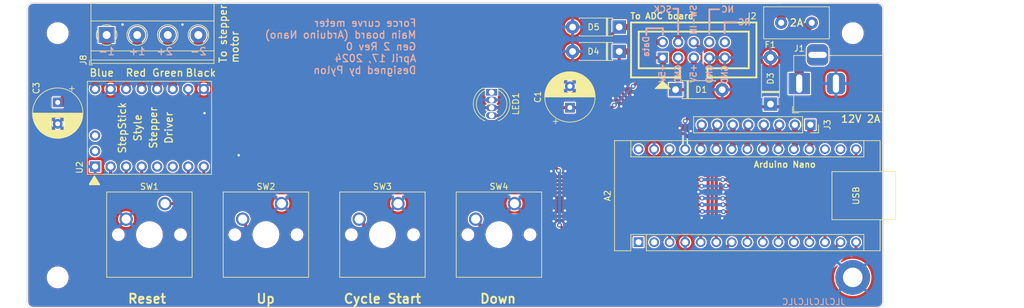
<source format=kicad_pcb>
(kicad_pcb (version 20240108) (generator "pcbnew") (generator_version "8.0")
  (layers (0 "F.Cu" signal) (31 "B.Cu" signal) (34 "B.Paste" user) (35 "F.Paste" user) (36 "B.SilkS" user "B.Silkscreen") (37 "F.SilkS" user "F.Silkscreen") (38 "B.Mask" user) (39 "F.Mask" user) (44 "Edge.Cuts" user))
  (net 0 "")
  (net 1 "+12V")
  (net 2 "DOWN-SWITCH")
  (net 3 "START-SWITCH")
  (net 4 "GND")
  (net 5 "RESET")
  (net 6 "UP-SWITCH")
  (net 7 "DIR")
  (net 8 "+5V")
  (net 9 "STEP")
  (net 10 "MS2")
  (net 11 "MS1")
  (net 12 "SPI-SCK{slash}I2C-SDA")
  (net 13 "HX711-SCK{slash}SPI-MOSI{slash}I2C-SCL")
  (net 14 "HX711-DATA{slash}SPI-MISO")
  (net 15 "SPI-CS")
  (net 16 "MS3")
  (net 17 "Net-(A2-A6)")
  (net 18 "Net-(A2-A4)")
  (net 19 "Net-(A2-A5)")
  (net 20 "Net-(A2-A3)")
  (net 22 "SWITCH-IN")
  (net 23 "Net-(A2-A1)")
  (net 27 "Coil1+")
  (net 28 "Coil1-")
  (net 29 "Coil2-")
  (net 30 "Coil2+")
  (net 31 "Net-(A2-A0)")
  (net 32 "RGBLED")
  (net 33 "Net-(A2-A2)")
  (net 35 "Net-(A2-A7)")
  (net 36 "Net-(F1-Pad2)")
  (footprint "Capacitor_THT:CP_Radial_D8.0mm_P3.50mm" (layer "F.Cu") (at 88.75 17.2 90)
    (property "Reference" "C1" (at 1.75 -5.25 -90) (layer "F.SilkS"))
    (property "Value" "100uF 35V")
    (pad "1" thru_hole rect (at 0 0 90) (size 1.6 1.6) (drill 0.8) (layers "*.Cu" "*.Mask") (net 8 "+5V"))
    (pad "2" thru_hole circle (at 3.5 0 90) (size 1.6 1.6) (drill 0.8) (layers "*.Cu" "*.Mask") (net 4 "GND"))
  )
  (footprint "Capacitor_THT:C_Disc_D10.5mm_W5.0mm_P5.00mm" (layer "F.Cu") (at 123.3 3.3)
    (property "Reference" "F1" (at -1.8 3.6 0) (layer "F.SilkS"))
    (property "Value" "2A")
    (pad "1" thru_hole circle (at 0 0) (size 2 2) (drill 1) (layers "*.Cu" "*.Mask") (net 1 "+12V"))
    (pad "2" thru_hole circle (at 5 0) (size 2 2) (drill 1) (layers "*.Cu" "*.Mask") (net 36 "Net-(F1-Pad2)"))
  )
  (footprint "MountingHole:MountingHole_3.2mm_M3_ISO7380_Pad" (layer "F.Cu") (at 135 45)
    (property "Reference" "H1")
    (property "Value" "MountingHole_Pad")
    (pad "1" thru_hole circle (at 0 0) (size 5.7 5.7) (drill 3.2) (layers "*.Cu" "*.Mask") (net 4 "GND"))
  )
  (footprint "Capacitor_THT:CP_Radial_D8.0mm_P3.50mm" (layer "F.Cu") (at 5 16.347349 -90)
    (property "Reference" "C3" (at -2.347349 3.5 90) (layer "F.SilkS"))
    (property "Value" "100uF 35V")
    (pad "1" thru_hole rect (at 0 0 270) (size 1.6 1.6) (drill 0.8) (layers "*.Cu" "*.Mask") (net 1 "+12V"))
    (pad "2" thru_hole circle (at 3.5 0 270) (size 1.6 1.6) (drill 0.8) (layers "*.Cu" "*.Mask") (net 4 "GND"))
  )
  (footprint "Button_Switch_Keyboard:SW_Cherry_MX_1.00u_PCB" (layer "F.Cu") (at 79.69 32.92)
    (property "Reference" "SW4" (at -2.54 -2.794 0) (layer "F.SilkS"))
    (property "Value" "SW_Push")
    (pad "" np_thru_hole circle (at -7.62 5.08) (size 1.7 1.7) (drill 1.7) (layers "*.Cu" "*.Mask"))
    (pad "" np_thru_hole circle (at -2.54 5.08) (size 4 4) (drill 4) (layers "*.Cu" "*.Mask"))
    (pad "" np_thru_hole circle (at 2.54 5.08) (size 1.7 1.7) (drill 1.7) (layers "*.Cu" "*.Mask"))
    (pad "1" thru_hole circle (at 0 0) (size 2.2 2.2) (drill 1.5) (layers "*.Cu" "*.Mask") (net 4 "GND"))
    (pad "2" thru_hole circle (at -6.35 2.54) (size 2.2 2.2) (drill 1.5) (layers "*.Cu" "*.Mask") (net 2 "DOWN-SWITCH"))
  )
  (footprint "TerminalBlock_Phoenix:TerminalBlock_Phoenix_MKDS-1,5-4_1x04_P5.00mm_Horizontal" (layer "F.Cu") (at 13 5.305)
    (property "Reference" "J8" (at -3.8 4.095 90) (layer "F.SilkS"))
    (property "Value" "Conn_01x04")
    (pad "1" thru_hole rect (at 0 0) (size 2.6 2.6) (drill 1.3) (layers "*.Cu" "*.Mask") (net 28 "Coil1-"))
    (pad "2" thru_hole circle (at 5 0) (size 2.6 2.6) (drill 1.3) (layers "*.Cu" "*.Mask") (net 27 "Coil1+"))
    (pad "3" thru_hole circle (at 10 0) (size 2.6 2.6) (drill 1.3) (layers "*.Cu" "*.Mask") (net 30 "Coil2+"))
    (pad "4" thru_hole circle (at 15 0) (size 2.6 2.6) (drill 1.3) (layers "*.Cu" "*.Mask") (net 29 "Coil2-"))
  )
  (footprint "MountingHole:MountingHole_3.2mm_M3_ISO7380" (layer "F.Cu") (at 5 5)
    (property "Reference" "H4")
    (property "Value" "MountingHole")
    (pad "" np_thru_hole circle (at 0 0) (size 3.2 3.2) (drill 3.2) (layers "*.Cu" "*.Mask"))
  )
  (footprint "Connector_PinSocket_2.54mm:PinSocket_1x08_P2.54mm_Vertical" (layer "F.Cu") (at 128.08 20 -90)
    (property "Reference" "J3" (at 0 -2.77 90) (layer "F.SilkS"))
    (property "Value" "Conn_01x08")
    (pad "1" thru_hole rect (at 0 0 270) (size 1.7 1.7) (drill 1) (layers "*.Cu" "*.Mask") (net 31 "Net-(A2-A0)"))
    (pad "2" thru_hole oval (at 0 2.54 270) (size 1.7 1.7) (drill 1) (layers "*.Cu" "*.Mask") (net 23 "Net-(A2-A1)"))
    (pad "3" thru_hole oval (at 0 5.08 270) (size 1.7 1.7) (drill 1) (layers "*.Cu" "*.Mask") (net 33 "Net-(A2-A2)"))
    (pad "4" thru_hole oval (at 0 7.62 270) (size 1.7 1.7) (drill 1) (layers "*.Cu" "*.Mask") (net 20 "Net-(A2-A3)"))
    (pad "5" thru_hole oval (at 0 10.16 270) (size 1.7 1.7) (drill 1) (layers "*.Cu" "*.Mask") (net 18 "Net-(A2-A4)"))
    (pad "6" thru_hole oval (at 0 12.7 270) (size 1.7 1.7) (drill 1) (layers "*.Cu" "*.Mask") (net 19 "Net-(A2-A5)"))
    (pad "7" thru_hole oval (at 0 15.24 270) (size 1.7 1.7) (drill 1) (layers "*.Cu" "*.Mask") (net 17 "Net-(A2-A6)"))
    (pad "8" thru_hole oval (at 0 17.78 270) (size 1.7 1.7) (drill 1) (layers "*.Cu" "*.Mask") (net 35 "Net-(A2-A7)"))
  )
  (footprint "MountingHole:MountingHole_3.2mm_M3_ISO7380" (layer "F.Cu") (at 135 5)
    (property "Reference" "H2")
    (property "Value" "MountingHole")
    (pad "" np_thru_hole circle (at 0 0) (size 3.2 3.2) (drill 3.2) (layers "*.Cu" "*.Mask"))
  )
  (footprint "Connector_BarrelJack:BarrelJack_Horizontal" (layer "F.Cu") (at 126.25 13.2575 180)
    (property "Reference" "J1" (at 0 5.75 0) (layer "F.SilkS"))
    (property "Value" "Barrel_Jack_MountingPin")
    (pad "1" thru_hole rect (at 0 0 180) (size 3.5 3.5) (drill oval 1 3) (layers "*.Cu" "*.Mask") (net 36 "Net-(F1-Pad2)"))
    (pad "2" thru_hole roundrect (at -6 0 180) (size 3 3.5) (drill oval 1 3) (layers "*.Cu" "*.Mask") (net 4 "GND"))
    (pad "3" thru_hole roundrect (at -3 4.7 180) (size 3.5 3.5) (drill oval 3 1) (layers "*.Cu" "*.Mask"))
  )
  (footprint "Button_Switch_Keyboard:SW_Cherry_MX_1.00u_PCB" (layer "F.Cu") (at 22.54 32.92)
    (property "Reference" "SW1" (at -2.54 -2.794 0) (layer "F.SilkS"))
    (property "Value" "SW_Push")
    (pad "" np_thru_hole circle (at -7.62 5.08) (size 1.7 1.7) (drill 1.7) (layers "*.Cu" "*.Mask"))
    (pad "" np_thru_hole circle (at -2.54 5.08) (size 4 4) (drill 4) (layers "*.Cu" "*.Mask"))
    (pad "" np_thru_hole circle (at 2.54 5.08) (size 1.7 1.7) (drill 1.7) (layers "*.Cu" "*.Mask"))
    (pad "1" thru_hole circle (at 0 0) (size 2.2 2.2) (drill 1.5) (layers "*.Cu" "*.Mask") (net 5 "RESET"))
    (pad "2" thru_hole circle (at -6.35 2.54) (size 2.2 2.2) (drill 1.5) (layers "*.Cu" "*.Mask") (net 4 "GND"))
  )
  (footprint "Diode_THT:D_DO-41_SOD81_P7.62mm_Horizontal" (layer "F.Cu") (at 106.03 14.25)
    (property "Reference" "D1" (at 4.2 0 0) (layer "F.SilkS"))
    (property "Value" "D_Zener")
    (pad "1" thru_hole rect (at 0 0) (size 2.2 2.2) (drill 1.1) (layers "*.Cu" "*.Mask") (net 8 "+5V"))
    (pad "2" thru_hole oval (at 7.62 0) (size 2.2 2.2) (drill 1.1) (layers "*.Cu" "*.Mask") (net 4 "GND"))
  )
  (footprint "Module:Arduino_Nano" (layer "F.Cu") (at 99.98 39.24 90)
    (property "Reference" "A2" (at 7.62 -5.08 -90) (layer "F.SilkS"))
    (property "Value" "Arduino_Nano_v3.x")
    (fp_text user "USB" (at 7.62 35.56 90) (layer "F.SilkS"))
    (pad "1" thru_hole rect (at 0 0 90) (size 1.6 1.6) (drill 1) (layers "*.Cu" "*.Mask"))
    (pad "2" thru_hole oval (at 0 2.54 90) (size 1.6 1.6) (drill 1) (layers "*.Cu" "*.Mask"))
    (pad "3" thru_hole oval (at 0 5.08 90) (size 1.6 1.6) (drill 1) (layers "*.Cu" "*.Mask") (net 5 "RESET"))
    (pad "4" thru_hole oval (at 0 7.62 90) (size 1.6 1.6) (drill 1) (layers "*.Cu" "*.Mask") (net 4 "GND"))
    (pad "5" thru_hole oval (at 0 10.16 90) (size 1.6 1.6) (drill 1) (layers "*.Cu" "*.Mask") (net 13 "HX711-SCK{slash}SPI-MOSI{slash}I2C-SCL"))
    (pad "6" thru_hole oval (at 0 12.7 90) (size 1.6 1.6) (drill 1) (layers "*.Cu" "*.Mask") (net 14 "HX711-DATA{slash}SPI-MISO"))
    (pad "7" thru_hole oval (at 0 15.24 90) (size 1.6 1.6) (drill 1) (layers "*.Cu" "*.Mask") (net 32 "RGBLED"))
    (pad "8" thru_hole oval (at 0 17.78 90) (size 1.6 1.6) (drill 1) (layers "*.Cu" "*.Mask") (net 11 "MS1"))
    (pad "9" thru_hole oval (at 0 20.32 90) (size 1.6 1.6) (drill 1) (layers "*.Cu" "*.Mask") (net 10 "MS2"))
    (pad "10" thru_hole oval (at 0 22.86 90) (size 1.6 1.6) (drill 1) (layers "*.Cu" "*.Mask") (net 16 "MS3"))
    (pad "11" thru_hole oval (at 0 25.4 90) (size 1.6 1.6) (drill 1) (layers "*.Cu" "*.Mask") (net 9 "STEP"))
    (pad "12" thru_hole oval (at 0 27.94 90) (size 1.6 1.6) (drill 1) (layers "*.Cu" "*.Mask") (net 7 "DIR"))
    (pad "13" thru_hole oval (at 0 30.48 90) (size 1.6 1.6) (drill 1) (layers "*.Cu" "*.Mask") (net 22 "SWITCH-IN"))
    (pad "14" thru_hole oval (at 0 33.02 90) (size 1.6 1.6) (drill 1) (layers "*.Cu" "*.Mask") (net 2 "DOWN-SWITCH"))
    (pad "15" thru_hole oval (at 0 35.56 90) (size 1.6 1.6) (drill 1) (layers "*.Cu" "*.Mask") (net 6 "UP-SWITCH"))
    (pad "16" thru_hole oval (at 15.24 35.56 90) (size 1.6 1.6) (drill 1) (layers "*.Cu" "*.Mask") (net 3 "START-SWITCH"))
    (pad "17" thru_hole oval (at 15.24 33.02 90) (size 1.6 1.6) (drill 1) (layers "*.Cu" "*.Mask"))
    (pad "18" thru_hole oval (at 15.24 30.48 90) (size 1.6 1.6) (drill 1) (layers "*.Cu" "*.Mask"))
    (pad "19" thru_hole oval (at 15.24 27.94 90) (size 1.6 1.6) (drill 1) (layers "*.Cu" "*.Mask") (net 31 "Net-(A2-A0)"))
    (pad "20" thru_hole oval (at 15.24 25.4 90) (size 1.6 1.6) (drill 1) (layers "*.Cu" "*.Mask") (net 23 "Net-(A2-A1)"))
    (pad "21" thru_hole oval (at 15.24 22.86 90) (size 1.6 1.6) (drill 1) (layers "*.Cu" "*.Mask") (net 33 "Net-(A2-A2)"))
    (pad "22" thru_hole oval (at 15.24 20.32 90) (size 1.6 1.6) (drill 1) (layers "*.Cu" "*.Mask") (net 20 "Net-(A2-A3)"))
    (pad "23" thru_hole oval (at 15.24 17.78 90) (size 1.6 1.6) (drill 1) (layers "*.Cu" "*.Mask") (net 18 "Net-(A2-A4)"))
    (pad "24" thru_hole oval (at 15.24 15.24 90) (size 1.6 1.6) (drill 1) (layers "*.Cu" "*.Mask") (net 19 "Net-(A2-A5)"))
    (pad "25" thru_hole oval (at 15.24 12.7 90) (size 1.6 1.6) (drill 1) (layers "*.Cu" "*.Mask") (net 17 "Net-(A2-A6)"))
    (pad "26" thru_hole oval (at 15.24 10.16 90) (size 1.6 1.6) (drill 1) (layers "*.Cu" "*.Mask") (net 35 "Net-(A2-A7)"))
    (pad "27" thru_hole oval (at 15.24 7.62 90) (size 1.6 1.6) (drill 1) (layers "*.Cu" "*.Mask") (net 8 "+5V"))
    (pad "28" thru_hole oval (at 15.24 5.08 90) (size 1.6 1.6) (drill 1) (layers "*.Cu" "*.Mask") (net 5 "RESET"))
    (pad "29" thru_hole oval (at 15.24 2.54 90) (size 1.6 1.6) (drill 1) (layers "*.Cu" "*.Mask") (net 4 "GND"))
    (pad "30" thru_hole oval (at 15.24 0 90) (size 1.6 1.6) (drill 1) (layers "*.Cu" "*.Mask"))
  )
  (footprint "StepStick:StepStickGeneric" (layer "F.Cu") (at 20 20.5 90)
    (property "Reference" "U2" (at -6.5 -11.43 90) (layer "F.SilkS"))
    (property "Value" "StepStickGeneric")
    (fp_text user "StepStick" (at 0 -4.445 90) (layer "F.SilkS") (effects (font (size 1.2 1.2) (thickness 0.2))))
    (fp_text user "Driver" (at 0 3.175 90) (layer "F.SilkS") (effects (font (size 1.2 1.2) (thickness 0.2))))
    (fp_text user "Style" (at 0 -1.905 90) (layer "F.SilkS") (effects (font (size 1.2 1.2) (thickness 0.2))))
    (fp_text user "Stepper" (at 0 0.635 90) (layer "F.SilkS") (effects (font (size 1.2 1.2) (thickness 0.2))))
    (pad "1" thru_hole rect (at -6.35 -8.89 90) (size 1.7 1.7) (drill 1) (layers "*.Cu" "*.Mask") (net 4 "GND"))
    (pad "2" thru_hole circle (at -6.35 -6.35 90) (size 1.7 1.7) (drill 1) (layers "*.Cu" "*.Mask") (net 11 "MS1"))
    (pad "3" thru_hole circle (at -6.35 -3.81 90) (size 1.7 1.7) (drill 1) (layers "*.Cu" "*.Mask") (net 10 "MS2"))
    (pad "4" thru_hole circle (at -6.35 -1.27 90) (size 1.7 1.7) (drill 1) (layers "*.Cu" "*.Mask") (net 16 "MS3"))
    (pad "5" thru_hole circle (at -6.35 1.27 90) (size 1.7 1.7) (drill 1) (layers "*.Cu" "*.Mask"))
    (pad "6" thru_hole circle (at -6.35 3.81 90) (size 1.7 1.7) (drill 1) (layers "*.Cu" "*.Mask"))
    (pad "7" thru_hole circle (at -6.35 6.35 90) (size 1.7 1.7) (drill 1) (layers "*.Cu" "*.Mask") (net 9 "STEP"))
    (pad "8" thru_hole circle (at -6.35 8.89 90) (size 1.7 1.7) (drill 1) (layers "*.Cu" "*.Mask") (net 7 "DIR"))
    (pad "9" thru_hole circle (at 6.35 8.89 90) (size 1.7 1.7) (drill 1) (layers "*.Cu" "*.Mask") (net 4 "GND"))
    (pad "10" thru_hole circle (at 6.35 6.35 90) (size 1.7 1.7) (drill 1) (layers "*.Cu" "*.Mask") (net 8 "+5V"))
    (pad "11" thru_hole circle (at 6.35 3.81 90) (size 1.7 1.7) (drill 1) (layers "*.Cu" "*.Mask") (net 29 "Coil2-"))
    (pad "12" thru_hole circle (at 6.35 1.27 90) (size 1.7 1.7) (drill 1) (layers "*.Cu" "*.Mask") (net 30 "Coil2+"))
    (pad "13" thru_hole circle (at 6.35 -1.27 90) (size 1.7 1.7) (drill 1) (layers "*.Cu" "*.Mask") (net 27 "Coil1+"))
    (pad "14" thru_hole circle (at 6.35 -3.81 90) (size 1.7 1.7) (drill 1) (layers "*.Cu" "*.Mask") (net 28 "Coil1-"))
    (pad "15" thru_hole circle (at 6.35 -6.35 90) (size 1.7 1.7) (drill 1) (layers "*.Cu" "*.Mask") (net 4 "GND"))
    (pad "16" thru_hole circle (at 6.35 -8.89 90) (size 1.7 1.7) (drill 1) (layers "*.Cu" "*.Mask") (net 1 "+12V"))
    (pad "17" thru_hole circle (at -3.81 -8.89 90) (size 1.7 1.7) (drill 1) (layers "*.Cu" "*.Mask"))
    (pad "18" thru_hole circle (at -1.27 -8.89 90) (size 1.7 1.7) (drill 1) (layers "*.Cu" "*.Mask"))
  )
  (footprint "MountingHole:MountingHole_3.2mm_M3_ISO7380" (layer "F.Cu") (at 5 45)
    (property "Reference" "H3")
    (property "Value" "MountingHole")
    (pad "" np_thru_hole circle (at 0 0) (size 3.2 3.2) (drill 3.2) (layers "*.Cu" "*.Mask"))
  )
  (footprint "Diode_THT:D_DO-41_SOD81_P7.62mm_Horizontal" (layer "F.Cu") (at 121.55 16.62 90)
    (property "Reference" "D3" (at 4.185 0 -90) (layer "F.SilkS"))
    (property "Value" "D_Zener")
    (pad "1" thru_hole rect (at 0 0 90) (size 2.2 2.2) (drill 1.1) (layers "*.Cu" "*.Mask") (net 22 "SWITCH-IN"))
    (pad "2" thru_hole oval (at 7.62 0 90) (size 2.2 2.2) (drill 1.1) (layers "*.Cu" "*.Mask") (net 4 "GND"))
  )
  (footprint "Open-Switch-Tester-parts:2x05-P2.54mm-Shrouded-Keyed-Header" (layer "F.Cu") (at 109 7.75)
    (property "Reference" "J2" (at 9.4 -5.55 0) (layer "F.SilkS"))
    (property "Value" "Conn_02x05_Odd_Even" (hide yes))
    (pad "1" thru_hole rect (at -5.08 1.27 90) (size 1.7 1.7) (drill 1) (layers "*.Cu" "*.Mask") (net 8 "+5V"))
    (pad "2" thru_hole oval (at -5.08 -1.27 90) (size 1.7 1.7) (drill 1) (layers "*.Cu" "*.Mask") (net 14 "HX711-DATA{slash}SPI-MISO"))
    (pad "3" thru_hole oval (at -2.54 1.27 90) (size 1.7 1.7) (drill 1) (layers "*.Cu" "*.Mask") (net 4 "GND"))
    (pad "4" thru_hole oval (at -2.54 -1.27 90) (size 1.7 1.7) (drill 1) (layers "*.Cu" "*.Mask") (net 13 "HX711-SCK{slash}SPI-MOSI{slash}I2C-SCL"))
    (pad "5" thru_hole oval (at 0 1.27 90) (size 1.7 1.7) (drill 1) (layers "*.Cu" "*.Mask") (net 8 "+5V"))
    (pad "6" thru_hole oval (at 0 -1.27 90) (size 1.7 1.7) (drill 1) (layers "*.Cu" "*.Mask") (net 22 "SWITCH-IN"))
    (pad "7" thru_hole oval (at 2.54 1.27 90) (size 1.7 1.7) (drill 1) (layers "*.Cu" "*.Mask") (net 4 "GND"))
    (pad "8" thru_hole oval (at 2.54 -1.27 90) (size 1.7 1.7) (drill 1) (layers "*.Cu" "*.Mask") (net 12 "SPI-SCK{slash}I2C-SDA"))
    (pad "9" thru_hole oval (at 5.08 1.27 90) (size 1.7 1.7) (drill 1) (layers "*.Cu" "*.Mask") (net 4 "GND"))
    (pad "10" thru_hole oval (at 5.08 -1.27 90) (size 1.7 1.7) (drill 1) (layers "*.Cu" "*.Mask") (net 15 "SPI-CS"))
  )
  (footprint "Button_Switch_Keyboard:SW_Cherry_MX_1.00u_PCB" (layer "F.Cu") (at 60.64 32.92)
    (property "Reference" "SW3" (at -2.54 -2.794 0) (layer "F.SilkS"))
    (property "Value" "SW_Push")
    (pad "" np_thru_hole circle (at -7.62 5.08) (size 1.7 1.7) (drill 1.7) (layers "*.Cu" "*.Mask"))
    (pad "" np_thru_hole circle (at -2.54 5.08) (size 4 4) (drill 4) (layers "*.Cu" "*.Mask"))
    (pad "" np_thru_hole circle (at 2.54 5.08) (size 1.7 1.7) (drill 1.7) (layers "*.Cu" "*.Mask"))
    (pad "1" thru_hole circle (at 0 0) (size 2.2 2.2) (drill 1.5) (layers "*.Cu" "*.Mask") (net 4 "GND"))
    (pad "2" thru_hole circle (at -6.35 2.54) (size 2.2 2.2) (drill 1.5) (layers "*.Cu" "*.Mask") (net 3 "START-SWITCH"))
  )
  (footprint "Diode_THT:D_DO-41_SOD81_P7.62mm_Horizontal" (layer "F.Cu") (at 96.81 4 180)
    (property "Reference" "D5" (at 4.185 0 0) (layer "F.SilkS"))
    (property "Value" "D_Zener")
    (pad "1" thru_hole rect (at 0 0 180) (size 2.2 2.2) (drill 1.1) (layers "*.Cu" "*.Mask") (net 13 "HX711-SCK{slash}SPI-MOSI{slash}I2C-SCL"))
    (pad "2" thru_hole oval (at 7.62 0 180) (size 2.2 2.2) (drill 1.1) (layers "*.Cu" "*.Mask") (net 4 "GND"))
  )
  (footprint "LED_THT:LED_D5.0mm-4_RGB" (layer "F.Cu") (at 75.95 14.68 -90)
    (property "Reference" "LED1" (at 1.905 -3.96 90) (layer "F.SilkS"))
    (property "Value" "NeoPixel_THT")
    (pad "1" thru_hole rect (at 0 0 270) (size 1.07 1.8) (drill 0.9) (layers "*.Cu" "*.Mask"))
    (pad "2" thru_hole oval (at 1.27 0 270) (size 1.07 1.8) (drill 0.9) (layers "*.Cu" "*.Mask") (net 4 "GND"))
    (pad "3" thru_hole oval (at 2.54 0 270) (size 1.07 1.8) (drill 0.9) (layers "*.Cu" "*.Mask") (net 8 "+5V"))
    (pad "4" thru_hole oval (at 3.81 0 270) (size 1.07 1.8) (drill 0.9) (layers "*.Cu" "*.Mask") (net 32 "RGBLED"))
  )
  (footprint "Button_Switch_Keyboard:SW_Cherry_MX_1.00u_PCB" (layer "F.Cu") (at 41.59 32.92)
    (property "Reference" "SW2" (at -2.54 -2.794 0) (layer "F.SilkS"))
    (property "Value" "SW_Push")
    (pad "" np_thru_hole circle (at -7.62 5.08) (size 1.7 1.7) (drill 1.7) (layers "*.Cu" "*.Mask"))
    (pad "" np_thru_hole circle (at -2.54 5.08) (size 4 4) (drill 4) (layers "*.Cu" "*.Mask"))
    (pad "" np_thru_hole circle (at 2.54 5.08) (size 1.7 1.7) (drill 1.7) (layers "*.Cu" "*.Mask"))
    (pad "1" thru_hole circle (at 0 0) (size 2.2 2.2) (drill 1.5) (layers "*.Cu" "*.Mask") (net 4 "GND"))
    (pad "2" thru_hole circle (at -6.35 2.54) (size 2.2 2.2) (drill 1.5) (layers "*.Cu" "*.Mask") (net 6 "UP-SWITCH"))
  )
  (footprint "Diode_THT:D_DO-41_SOD81_P7.62mm_Horizontal" (layer "F.Cu") (at 96.81 8 180)
    (property "Reference" "D4" (at 4.21 0 0) (layer "F.SilkS"))
    (property "Value" "D_Zener")
    (pad "1" thru_hole rect (at 0 0 180) (size 2.2 2.2) (drill 1.1) (layers "*.Cu" "*.Mask") (net 14 "HX711-DATA{slash}SPI-MISO"))
    (pad "2" thru_hole oval (at 7.62 0 180) (size 2.2 2.2) (drill 1.1) (layers "*.Cu" "*.Mask") (net 4 "GND"))
  )
  (gr_line (start 103.95 4.2) (end 101.25 4.2) (stroke (width 0.3)) (layer "B.SilkS"))
  (gr_line (start 114.05 3.2) (end 114.05 5) (stroke (width 0.3)) (layer "B.SilkS"))
  (gr_line (start 106.45 1) (end 105.65 1) (stroke (width 0.3)) (layer "B.SilkS"))
  (gr_line (start 101.25 4.2) (end 101.25 5.3) (stroke (width 0.3)) (layer "B.SilkS"))
  (gr_line (start 113.15 1.1) (end 111.55 1.1) (stroke (width 0.3)) (layer "B.SilkS"))
  (gr_line (start 106.45 5.2) (end 106.45 1) (stroke (width 0.3)) (layer "B.SilkS"))
  (gr_line (start 111.55 1.1) (end 111.55 5.1) (stroke (width 0.3)) (layer "B.SilkS"))
  (gr_line (start 115.95 3.2) (end 114.05 3.2) (stroke (width 0.3)) (layer "B.SilkS"))
  (gr_line (start 103.95 5.2) (end 103.95 4.2) (stroke (width 0.3)) (layer "B.SilkS"))
  (gr_poly (pts (xy 11.75 29.75) (xy 10.25 29.75) (xy 11 28.5)) (stroke (width 0.3)) (fill solid) (layer "F.SilkS"))
  (gr_arc (start 1 50) (mid 0.292893 49.707107) (end 0 49) (stroke (width 0.1)) (layer "Edge.Cuts"))
  (gr_line (start 138.999999 0.000001) (end 1 0) (stroke (width 0.1)) (layer "Edge.Cuts"))
  (gr_arc (start 0 1) (mid 0.292893 0.292893) (end 1 0) (stroke (width 0.1)) (layer "Edge.Cuts"))
  (gr_line (start 1 50) (end 139 50) (stroke (width 0.1)) (layer "Edge.Cuts"))
  (gr_line (start 0 1) (end 0 49) (stroke (width 0.1)) (layer "Edge.Cuts"))
  (gr_arc (start 138.999999 0.000001) (mid 139.707106 0.292894) (end 139.999999 1.000001) (stroke (width 0.1)) (layer "Edge.Cuts"))
  (gr_line (start 140 49) (end 140 1) (stroke (width 0.1)) (layer "Edge.Cuts"))
  (gr_arc (start 139.999999 48.999999) (mid 139.707106 49.707106) (end 138.999999 49.999999) (stroke (width 0.1)) (layer "Edge.Cuts"))
  (gr_text "2+" (at 22.5 8 0) (layer "B.SilkS") (effects (font (size 1.2 1.2) (thickness 0.2)) (justify mirror)))
  (gr_text "JLCJLCJLCJLC" (at 128.6 49 0) (layer "B.SilkS") (effects (font (size 1 1)) (justify mirror)))
  (gr_text "Force curve meter \nMain board (Arduino Nano)\nGen 2 Rev 0\nApril 17, 2024\nDesigned by Pylon" (at 63.75 7.2 -0) (layer "B.SilkS") (effects (font (size 1.2 1.2) (thickness 0.2)) (justify left mirror)))
  (gr_text "NC" (at 114.55 1.1 0) (layer "B.SilkS") (effects (font (size 1 1) (thickness 0.2)) (justify mirror)))
  (gr_text "NC" (at 117.3 3.2 0) (layer "B.SilkS") (effects (font (size 1 1) (thickness 0.2)) (justify mirror)))
  (gr_text "GND" (at 111.55 11.7 90) (layer "B.SilkS") (effects (font (size 1 1) (thickness 0.2)) (justify mirror)))
  (gr_text "SCK" (at 103.9 1.1 0) (layer "B.SilkS") (effects (font (size 1 1) (thickness 0.2)) (justify mirror)))
  (gr_text "Data" (at 101.2 7.2 90) (layer "B.SilkS") (effects (font (size 1 1) (thickness 0.2)) (justify mirror)))
  (gr_text "+5V" (at 108.95 11.6 90) (layer "B.SilkS") (effects (font (size 1 1) (thickness 0.2)) (justify mirror)))
  (gr_text "+5V" (at 103.85 11.55 90) (layer "B.SilkS") (effects (font (size 1 1) (thickness 0.2)) (justify mirror)))
  (gr_text "1+" (at 18 8 0) (layer "B.SilkS") (effects (font (size 1.2 1.2) (thickness 0.2)) (justify mirror)))
  (gr_text "GND" (at 114.05 11.8 90) (layer "B.SilkS") (effects (font (size 1 1) (thickness 0.2)) (justify mirror)))
  (gr_text "SW-IN" (at 108.95 2.8 90) (layer "B.SilkS") (effects (font (size 1 1) (thickness 0.2)) (justify mirror)))
  (gr_text "1-" (at 13 8 0) (layer "B.SilkS") (effects (font (size 1.2 1.2) (thickness 0.2)) (justify mirror)))
  (gr_text "GND" (at 106.45 11.7 90) (layer "B.SilkS") (effects (font (size 1 1) (thickness 0.2)) (justify mirror)))
  (gr_text "2-" (at 28 8 0) (layer "B.SilkS") (effects (font (size 1.2 1.2) (thickness 0.2)) (justify mirror)))
  (gr_text "Cycle Start" (at 58.1 48.5 0) (layer "F.SilkS") (effects (font (size 1.5 1.5) (thickness 0.3))))
  (gr_text "Red" (at 17.8 11.5 0) (layer "F.SilkS") (effects (font (size 1.2 1.2) (thickness 0.2))))
  (gr_text "12V 2A" (at 136.3 19.05 0) (layer "F.SilkS") (effects (font (size 1.2 1.2) (thickness 0.2))))
  (gr_text "Up" (at 39 48.5 0) (layer "F.SilkS") (effects (font (size 1.5 1.5) (thickness 0.3))))
  (gr_text "To ADC board" (at 103.8 2.2 0) (layer "F.SilkS") (effects (font (size 1 1) (thickness 0.2))))
  (gr_text "Reset" (at 19.6 48.5 0) (layer "F.SilkS") (effects (font (size 1.5 1.5) (thickness 0.3))))
  (gr_text "Arduino Nano" (at 118.7 27.1 0) (layer "F.SilkS") (effects (font (size 1 1) (thickness 0.2) (bold yes)) (justify left bottom)))
  (gr_text "Down" (at 77 48.5 0) (layer "F.SilkS") (effects (font (size 1.5 1.5) (thickness 0.3))))
  (gr_text "Black" (at 28.4 11.5 0) (layer "F.SilkS") (effects (font (size 1.2 1.2) (thickness 0.2))))
  (gr_text "Blue" (at 12.2 11.5 0) (layer "F.SilkS") (effects (font (size 1.2 1.2) (thickness 0.2))))
  (gr_text "To stepper\nmotor" (at 33 10 90) (layer "F.SilkS") (effects (font (size 1.2 1.2) (thickness 0.2)) (justify left)))
  (gr_text "2A" (at 125.8 3.3 0) (layer "F.SilkS") (effects (font (size 1.2 1.2) (thickness 0.2))))
  (gr_text "Green" (at 23 11.5 0) (layer "F.SilkS") (effects (font (size 1.2 1.2) (thickness 0.2))))
  (segment (start 123.3 3.3) (end 123.3 1.7) (width 1.5) (layer "F.Cu") (net 1))
  (segment (start 123.3 1.7) (end 122.7 1.1) (width 1.5) (layer "F.Cu") (net 1))
  (segment (start 5 16.347349) (end 5.652651 16.347349) (width 1.5) (layer "F.Cu") (net 1))
  (segment (start 10 12) (end 10 3) (width 1.5) (layer "F.Cu") (net 1))
  (segment (start 10 3) (end 11 2) (width 1.5) (layer "F.Cu") (net 1))
  (segment (start 11.9 1.1) (end 11 2) (width 1.5) (layer "F.Cu") (net 1))
  (segment (start 10 12) (end 11.11 13.11) (width 1.5) (layer "F.Cu") (net 1))
  (segment (start 122.7 1.1) (end 11.9 1.1) (width 1.5) (layer "F.Cu") (net 1))
  (segment (start 5.652651 16.347349) (end 10 12) (width 1.5) (layer "F.Cu") (net 1))
  (segment (start 11.11 13.11) (end 11.11 14.15) (width 1.5) (layer "F.Cu") (net 1))
  (segment (start 75.325 47.35) (end 125.53318 47.35) (width 0.5) (layer "F.Cu") (net 2))
  (segment (start 131.99159 40.89159) (end 131.99159 40.24841) (width 0.5) (layer "F.Cu") (net 2))
  (segment (start 131.99159 40.24841) (end 133 39.24) (width 0.5) (layer "F.Cu") (net 2))
  (segment (start 125.53318 47.35) (end 131.99159 40.89159) (width 0.5) (layer "F.Cu") (net 2))
  (segment (start 74.05 36.17) (end 74.05 46.075) (width 0.5) (layer "F.Cu") (net 2))
  (segment (start 73.34 35.46) (end 74.05 36.17) (width 0.5) (layer "F.Cu") (net 2))
  (segment (start 74.05 46.075) (end 75.325 47.35) (width 0.5) (layer "F.Cu") (net 2))
  (segment (start 133.87339 40.48998) (end 133.91002 40.48998) (width 0.5) (layer "F.Cu") (net 3))
  (segment (start 135.54 24) (end 135.54 37.11) (width 0.5) (layer "F.Cu") (net 3))
  (segment (start 55.025 46.65) (end 56.50592 48.13092) (width 0.5) (layer "F.Cu") (net 3))
  (segment (start 134.25 40.15) (end 134.25 38.4) (width 0.3) (layer "F.Cu") (net 3))
  (segment (start 54.29 35.46) (end 55.025 36.195) (width 0.5) (layer "F.Cu") (net 3))
  (segment (start 55.025 36.195) (end 55.025 46.65) (width 0.5) (layer "F.Cu") (net 3))
  (segment (start 135.54 37.11) (end 134.3 38.35) (width 0.5) (layer "F.Cu") (net 3))
  (segment (start 133.32661 40.48998) (end 133.87339 40.48998) (width 0.5) (layer "F.Cu") (net 3))
  (segment (start 134.25 38.4) (end 134.3 38.35) (width 0.3) (layer "F.Cu") (net 3))
  (segment (start 133.91002 40.48998) (end 134.25 40.15) (width 0.5) (layer "F.Cu") (net 3))
  (segment (start 56.50592 48.13092) (end 125.68567 48.13092) (width 0.5) (layer "F.Cu") (net 3))
  (segment (start 125.68567 48.13092) (end 133.32661 40.48998) (width 0.5) (layer "F.Cu") (net 3))
  (via (at 86.1 35.8) (size 0.8001) (drill 0.40005) (layers "F.Cu" "B.Cu") (net 4))
  (via (at 15.6 3.6) (size 0.8001) (drill 0.40005) (layers "F.Cu" "B.Cu") (net 4))
  (via (at 85.7 27.6) (size 0.8001) (drill 0.40005) (layers "F.Cu" "B.Cu") (net 4))
  (via (at 29 18.1) (size 0.8001) (drill 0.40005) (layers "F.Cu" "B.Cu") (net 4))
  (via (at 109.75 31) (size 0.8001) (drill 0.40005) (layers "F.Cu" "B.Cu") (net 4))
  (via (at 99 15.1) (size 0.8001) (drill 0.40005) (layers "F.Cu" "B.Cu") (net 4))
  (via (at 113.65 35.3) (size 0.8001) (drill 0.40005) (layers "F.Cu" "B.Cu") (net 4))
  (via (at 108.5 21.05) (size 0.8001) (drill 0.40005) (layers "F.Cu" "B.Cu") (net 4))
  (via (at 113.85 31) (size 0.8001) (drill 0.40005) (layers "F.Cu" "B.Cu") (net 4))
  (via (at 86.15 32.05) (size 0.8001) (drill 0.40005) (layers "F.Cu" "B.Cu") (net 4))
  (via (at 110.3 35.25) (size 0.8001) (drill 0.40005) (layers "F.Cu" "B.Cu") (net 4))
  (via (at 25.4 3.6) (size 0.8001) (drill 0.40005) (layers "F.Cu" "B.Cu") (net 4))
  (via (at 88.05 35.85) (size 0.8001) (drill 0.40005) (layers "F.Cu" "B.Cu") (net 4))
  (via (at 88 27.6) (size 0.8001) (drill 0.40005) (layers "F.Cu" "B.Cu") (net 4))
  (via (at 97.8 13.7) (size 0.8001) (drill 0.40005) (layers "F.Cu" "B.Cu") (net 4))
  (via (at 106.7 20.55) (size 0.8001) (drill 0.40005) (layers "F.Cu" "B.Cu") (net 4))
  (via (at 34.6 25) (size 0.8001) (drill 0.40005) (layers "F.Cu" "B.Cu") (net 4))
  (via (at 86.1 34.05) (size 0.8001) (drill 0.40005) (layers "F.Cu" "B.Cu") (net 4))
  (via (at 87.95 32.05) (size 0.8001) (drill 0.40005) (layers "F.Cu" "B.Cu") (net 4))
  (via (at 95.8 15.65) (size 0.8001) (drill 0.40005) (layers "F.Cu" "B.Cu") (net 4))
  (via (at 97.15 17) (size 0.8001) (drill 0.40005) (layers "F.Cu" "B.Cu") (net 4))
  (via (at 87.95 34.05) (size 0.8001) (drill 0.40005) (layers "F.Cu" "B.Cu") (net 4))
  (segment (start 109.75 31) (end 113.85 31) (width 0.5) (layer "B.Cu") (net 4))
  (segment (start 77.325 34.975) (end 75.7 33.35) (width 0.5) (layer "F.Cu") (net 5))
  (segment (start 108.4432 26.76002) (end 108.959906 27.276725) (width 0.5) (layer "F.Cu") (net 5))
  (segment (start 75.7 33.35) (end 72.1 33.35) (width 0.5) (layer "F.Cu") (net 5))
  (segment (start 57.4 33.55) (end 53.2 33.55) (width 0.5) (layer "F.Cu") (net 5))
  (segment (start 108.959906 27.276725) (end 110.609905 27.276725) (width 0.5) (layer "F.Cu") (net 5))
  (segment (start 70.35 35.1) (end 58.95 35.1) (width 0.5) (layer "F.Cu") (net 5))
  (segment (start 105.06 26) (end 105.82002 26.76002) (width 0.5) (layer "F.Cu") (net 5))
  (segment (start 105.06 39.24) (end 105.06 37.5) (width 0.5) (layer "F.Cu") (net 5))
  (segment (start 111.35996 28.02678) (end 111.35996 35.42661) (width 0.5) (layer "F.Cu") (net 5))
  (segment (start 53.2 33.55) (end 51.5 35.25) (width 0.5) (layer "F.Cu") (net 5))
  (segment (start 110.609905 27.276725) (end 111.35996 28.02678) (width 0.5) (layer "F.Cu") (net 5))
  (segment (start 36.05 32.92) (end 22.54 32.92) (width 0.5) (layer "F.Cu") (net 5))
  (segment (start 105.06 37.5) (end 92.45 37.5) (width 0.5) (layer "F.Cu") (net 5))
  (segment (start 51.5 35.25) (end 38.38 35.25) (width 0.5) (layer "F.Cu") (net 5))
  (segment (start 105.82002 26.76002) (end 108.4432 26.76002) (width 0.5) (layer "F.Cu") (net 5))
  (segment (start 105.06 24) (end 105.06 26) (width 0.5) (layer "F.Cu") (net 5))
  (segment (start 111.35996 35.42661) (end 109.28657 37.5) (width 0.5) (layer "F.Cu") (net 5))
  (segment (start 38.38 35.25) (end 36.05 32.92) (width 0.5) (layer "F.Cu") (net 5))
  (segment (start 109.28657 37.5) (end 105.06 37.5) (width 0.5) (layer "F.Cu") (net 5))
  (segment (start 92.45 37.5) (end 89.925 34.975) (width 0.5) (layer "F.Cu") (net 5))
  (segment (start 58.95 35.1) (end 57.4 33.55) (width 0.5) (layer "F.Cu") (net 5))
  (segment (start 89.925 34.975) (end 77.325 34.975) (width 0.5) (layer "F.Cu") (net 5))
  (segment (start 72.1 33.35) (end 70.35 35.1) (width 0.5) (layer "F.Cu") (net 5))
  (segment (start 134.8 41.15) (end 135.54 40.41) (width 0.5) (layer "F.Cu") (net 6))
  (segment (start 35.725 47.025) (end 37.49046 48.79046) (width 0.5) (layer "F.Cu") (net 6))
  (segment (start 37.49046 48.79046) (end 125.95954 48.79046) (width 0.5) (layer "F.Cu") (net 6))
  (segment (start 35.725 35.945) (end 35.725 47.025) (width 0.5) (layer "F.Cu") (net 6))
  (segment (start 35.24 35.46) (end 35.725 35.945) (width 0.5) (layer "F.Cu") (net 6))
  (segment (start 133.6 41.15) (end 134.8 41.15) (width 0.5) (layer "F.Cu") (net 6))
  (segment (start 135.54 40.41) (end 135.54 39.24) (width 0.5) (layer "F.Cu") (net 6))
  (segment (start 125.95954 48.79046) (end 133.6 41.15) (width 0.5) (layer "F.Cu") (net 6))
  (segment (start 28.89 28.052081) (end 29.347839 28.50992) (width 0.5) (layer "F.Cu") (net 7))
  (segment (start 99.816819 28.933181) (end 99.883638 29) (width 0.5) (layer "F.Cu") (net 7))
  (segment (start 99.883638 29) (end 110.25 29) (width 0.5) (layer "F.Cu") (net 7))
  (segment (start 29.347839 28.50992) (end 29.5 28.50992) (width 0.5) (layer "F.Cu") (net 7))
  (segment (start 127.92 38.22) (end 118.7 29) (width 0.5) (layer "F.Cu") (net 7))
  (segment (start 29.5 28.50992) (end 99.393558 28.50992) (width 0.5) (layer "F.Cu") (net 7))
  (segment (start 28.89 26.85) (end 28.89 28.052081) (width 0.5) (layer "F.Cu") (net 7))
  (segment (start 118.7 29) (end 113.75 29) (width 0.5) (layer "F.Cu") (net 7))
  (segment (start 127.92 39.24) (end 127.92 38.22) (width 0.5) (layer "F.Cu") (net 7))
  (segment (start 99.393558 28.50992) (end 99.816819 28.933181) (width 0.5) (layer "F.Cu") (net 7))
  (via (at 113.75 29) (size 0.8001) (drill 0.40005) (layers "F.Cu" "B.Cu") (net 7))
  (via (at 110.25 29) (size 0.8001) (drill 0.40005) (layers "F.Cu" "B.Cu") (net 7))
  (segment (start 110.25 29) (end 113.75 29) (width 0.5) (layer "B.Cu") (net 7))
  (segment (start 95.6 17.2) (end 96 16.8) (width 0.5) (layer "F.Cu") (net 8))
  (segment (start 107.9 14.25) (end 108 14.35) (width 0.5) (layer "F.Cu") (net 8))
  (segment (start 26.35 14.15) (end 26.35 15.8) (width 0.5) (layer "F.Cu") (net 8))
  (segment (start 108 19) (end 107.6 19.4) (width 0.5) (layer "F.Cu") (net 8))
  (segment (start 109 9.02) (end 109 10.2) (width 1) (layer "F.Cu") (net 8))
  (segment (start 28.05 17.2) (end 67.35 17.2) (width 0.5) (layer "F.Cu") (net 8))
  (segment (start 105 11.2) (end 108 11.2) (width 1) (layer "F.Cu") (net 8))
  (segment (start 99.1 13.7) (end 101.3 11.5) (width 0.5) (layer "F.Cu") (net 8))
  (segment (start 27.75 17.2) (end 28.05 17.2) (width 0.5) (layer "F.Cu") (net 8))
  (segment (start 109 10.2) (end 108 11.2) (width 1) (layer "F.Cu") (net 8))
  (segment (start 103.92 9.02) (end 103.92 10.12) (width 1) (layer "F.Cu") (net 8))
  (segment (start 67.35 17.2) (end 95.6 17.2) (width 0.5) (layer "F.Cu") (net 8))
  (segment (start 106.03 14.25) (end 107.9 14.25) (width 0.5) (layer "F.Cu") (net 8))
  (segment (start 26.35 15.8) (end 27.75 17.2) (width 0.5) (layer "F.Cu") (net 8))
  (segment (start 108 11.2) (end 108 14.35) (width 0.5) (layer "F.Cu") (net 8))
  (segment (start 101.98 9.02) (end 103.92 9.02) (width 0.5) (layer "F.Cu") (net 8))
  (segment (start 101.3 9.7) (end 101.98 9.02) (width 0.5) (layer "F.Cu") (net 8))
  (segment (start 103.92 10.12) (end 105 11.2) (width 1) (layer "F.Cu") (net 8))
  (segment (start 101.3 11.5) (end 101.3 9.7) (width 0.5) (layer "F.Cu") (net 8))
  (segment (start 108 14.35) (end 108 19) (width 0.5) (layer "F.Cu") (net 8))
  (via (at 96 16.8) (size 0.8001) (drill 0.40005) (layers "F.Cu" "B.Cu") (net 8))
  (via (at 107.6 19.4) (size 0.8001) (drill 0.40005) (layers "F.Cu" "B.Cu") (net 8))
  (via (at 99.1 13.7) (size 0.8001) (drill 0.40005) (layers "F.Cu" "B.Cu") (net 8))
  (segment (start 107.6 19.4) (end 107.6 24) (width 0.5) (layer "B.Cu") (net 8))
  (segment (start 96 16.8) (end 99.1 13.7) (width 0.5) (layer "B.Cu") (net 8))
  (segment (start 114.25 30) (end 117.8 30) (width 0.5) (layer "F.Cu") (net 9))
  (segment (start 27.15 29.16994) (end 26.35 28.36994) (width 0.5) (layer "F.Cu") (net 9))
  (segment (start 99.120169 29.16994) (end 27.15 29.16994) (width 0.5) (layer "F.Cu") (net 9))
  (segment (start 110.3 30.05) (end 100.00023 30.05) (width 0.5) (layer "F.Cu") (net 9))
  (segment (start 100.00023 30.05) (end 99.120169 29.16994) (width 0.5) (layer "F.Cu") (net 9))
  (segment (start 26.35 28.36994) (end 26.35 26.85) (width 0.5) (layer "F.Cu") (net 9))
  (segment (start 117.8 30) (end 125.38 37.58) (width 0.5) (layer "F.Cu") (net 9))
  (segment (start 125.38 37.58) (end 125.38 39.24) (width 0.5) (layer "F.Cu") (net 9))
  (via (at 114.25 30) (size 0.8001) (drill 0.40005) (layers "F.Cu" "B.Cu") (net 9))
  (via (at 110.3 30.05) (size 0.8001) (drill 0.40005) (layers "F.Cu" "B.Cu") (net 9))
  (segment (start 110.3 30.05) (end 114.2 30.05) (width 0.5) (layer "B.Cu") (net 9))
  (segment (start 114.2 30.05) (end 114.25 30) (width 0.5) (layer "B.Cu") (net 9))
  (segment (start 98.57339 30.48998) (end 101.18341 33.1) (width 0.5) (layer "F.Cu") (net 10))
  (segment (start 120.3 36.15) (end 117.25 33.1) (width 0.5) (layer "F.Cu") (net 10))
  (segment (start 117.25 33.1) (end 113.8 33.1) (width 0.5) (layer "F.Cu") (net 10))
  (segment (start 120.3 39.24) (end 120.3 36.15) (width 0.5) (layer "F.Cu") (net 10))
  (segment (start 101.18341 33.1) (end 110.35 33.1) (width 0.5) (layer "F.Cu") (net 10))
  (segment (start 17.2 30.48998) (end 98.57339 30.48998) (width 0.5) (layer "F.Cu") (net 10))
  (segment (start 16.19 29.47998) (end 17.2 30.48998) (width 0.5) (layer "F.Cu") (net 10))
  (segment (start 16.19 26.85) (end 16.19 29.47998) (width 0.5) (layer "F.Cu") (net 10))
  (via (at 110.35 33.1) (size 0.8001) (drill 0.40005) (layers "F.Cu" "B.Cu") (net 10))
  (via (at 113.8 33.1) (size 0.8001) (drill 0.40005) (layers "F.Cu" "B.Cu") (net 10))
  (segment (start 110.35 33.1) (end 113.8 33.1) (width 0.5) (layer "B.Cu") (net 10))
  (segment (start 98.3 31.15) (end 101.1 33.95) (width 0.5) (layer "F.Cu") (net 11))
  (segment (start 13.65 26.85) (end 13.65 30.4) (width 0.5) (layer "F.Cu") (net 11))
  (segment (start 13.65 30.4) (end 14.4 31.15) (width 0.5) (layer "F.Cu") (net 11))
  (segment (start 115.7 34.25) (end 117.76 36.31) (width 0.5) (layer "F.Cu") (net 11))
  (segment (start 117.76 36.31) (end 117.76 39.24) (width 0.5) (layer "F.Cu") (net 11))
  (segment (start 101.35 34.2) (end 110.4 34.2) (width 0.5) (layer "F.Cu") (net 11))
  (segment (start 101.1 33.95) (end 101.35 34.2) (width 0.5) (layer "F.Cu") (net 11))
  (segment (start 113.85 34.25) (end 115.7 34.25) (width 0.5) (layer "F.Cu") (net 11))
  (segment (start 14.4 31.15) (end 98.3 31.15) (width 0.5) (layer "F.Cu") (net 11))
  (via (at 110.4 34.2) (size 0.8001) (drill 0.40005) (layers "F.Cu" "B.Cu") (net 11))
  (via (at 113.85 34.25) (size 0.8001) (drill 0.40005) (layers "F.Cu" "B.Cu") (net 11))
  (segment (start 113.8 34.2) (end 113.85 34.25) (width 0.5) (layer "B.Cu") (net 11))
  (segment (start 110.4 34.2) (end 113.8 34.2) (width 0.5) (layer "B.Cu") (net 11))
  (segment (start 106.46 5.46) (end 106.46 6.48) (width 1) (layer "F.Cu") (net 13))
  (segment (start 105.85 22.2) (end 103.7 22.2) (width 0.5) (layer "F.Cu") (net 13))
  (segment (start 105 4) (end 106.46 5.46) (width 1) (layer "F.Cu") (net 13))
  (segment (start 107.05 26.1) (end 106.3 25.35) (width 0.5) (layer "F.Cu") (net 13))
  (segment (start 96.14998 12.1) (end 94.8 10.75002) (width 0.5) (layer "F.Cu") (net 13))
  (segment (start 110.883295 26.616705) (end 109.233295 26.616705) (width 0.5) (layer "F.Cu") (net 13))
  (segment (start 109.233295 26.616705) (end 108.71659 26.1) (width 0.5) (layer "F.Cu") (net 13))
  (segment (start 94.8 6.01) (end 96.81 4) (width 0.5) (layer "F.Cu") (net 13))
  (segment (start 112.01998 35.7) (end 112.01998 27.75339) (width 0.5) (layer "F.Cu") (net 13))
  (segment (start 106.3 25.35) (end 106.3 22.65) (width 0.3) (layer "F.Cu") (net 13))
  (segment (start 110.14 39.24) (end 110.14 37.57998) (width 0.5) (layer "F.Cu") (net 13))
  (segment (start 108.71659 26.1) (end 107.05 26.1) (width 0.5) (layer "F.Cu") (net 13))
  (segment (start 110.14 37.57998) (end 112.01998 35.7) (width 0.5) (layer "F.Cu") (net 13))
  (segment (start 94.8 10.75002) (end 94.8 6.01) (width 0.5) (layer "F.Cu") (net 13))
  (segment (start 112.01998 27.75339) (end 110.883295 26.616705) (width 0.5) (layer "F.Cu") (net 13))
  (segment (start 103.7 22.2) (end 96.14998 14.64998) (width 0.5) (layer "F.Cu") (net 13))
  (segment (start 96.81 4) (end 105 4) (width 1) (layer "F.Cu") (net 13))
  (segment (start 96.14998 14.64998) (end 96.14998 12.1) (width 0.5) (layer "F.Cu") (net 13))
  (segment (start 106.3 22.65) (end 105.85 22.2) (width 0.5) (layer "F.Cu") (net 13))
  (segment (start 112.68 39.24) (end 112.68 27.48) (width 0.5) (layer "F.Cu") (net 14))
  (segment (start 111.05 25.85) (end 109.4 25.85) (width 0.5) (layer "F.Cu") (net 14))
  (segment (start 112.68 27.48) (end 111.05 25.85) (width 0.5) (layer "F.Cu") (net 14))
  (segment (start 107.55 21.45) (end 108.92998 22.82998) (width 0.5) (layer "F.Cu") (net 14))
  (segment (start 108.92998 22.82998) (end 108.92998 25.32002) (width 0.3) (layer "F.Cu") (net 14))
  (segment (start 108.9 25.35) (end 108.92998 25.32002) (width 0.5) (layer "F.Cu") (net 14))
  (segment (start 98.8 8) (end 100.32 6.48) (width 1) (layer "F.Cu") (net 14))
  (segment (start 109.4 25.85) (end 108.9 25.35) (width 0.5) (layer "F.Cu") (net 14))
  (segment (start 96.81 8) (end 98.8 8) (width 1) (layer "F.Cu") (net 14))
  (segment (start 96.81 8) (end 96.81 14.31) (width 0.5) (layer "F.Cu") (net 14))
  (segment (start 100.32 6.48) (end 103.92 6.48) (width 1) (layer "F.Cu") (net 14))
  (segment (start 103.95 21.45) (end 107.55 21.45) (width 0.5) (layer "F.Cu") (net 14))
  (segment (start 96.81 14.31) (end 103.95 21.45) (width 0.5) (layer "F.Cu") (net 14))
  (segment (start 18.73 29.18) (end 18.73 26.85) (width 0.5) (layer "F.Cu") (net 16))
  (segment (start 101.01682 32) (end 98.846779 29.82996) (width 0.5) (layer "F.Cu") (net 16))
  (segment (start 122.84 39.24) (end 122.84 36.64) (width 0.5) (layer "F.Cu") (net 16))
  (segment (start 118.35 32.15) (end 118.25 32.05) (width 0.5) (layer "F.Cu") (net 16))
  (segment (start 19.37996 29.82996) (end 18.73 29.18) (width 0.5) (layer "F.Cu") (net 16))
  (segment (start 98.846779 29.82996) (end 19.37996 29.82996) (width 0.5) (layer "F.Cu") (net 16))
  (segment (start 110.35 32) (end 101.01682 32) (width 0.5) (layer "F.Cu") (net 16))
  (segment (start 122.84 36.64) (end 118.35 32.15) (width 0.5) (layer "F.Cu") (net 16))
  (segment (start 118.25 32.05) (end 113.75 32.05) (width 0.5) (layer "F.Cu") (net 16))
  (via (at 110.35 32) (size 0.8001) (drill 0.40005) (layers "F.Cu" "B.Cu") (net 16))
  (via (at 113.75 32.05) (size 0.8001) (drill 0.40005) (layers "F.Cu" "B.Cu") (net 16))
  (segment (start 113.75 32.05) (end 110.4 32.05) (width 0.5) (layer "B.Cu") (net 16))
  (segment (start 110.4 32.05) (end 110.35 32) (width 0.5) (layer "B.Cu") (net 16))
  (segment (start 112.68 24) (end 112.68 20.16) (width 1) (layer "F.Cu") (net 17))
  (segment (start 112.68 20.16) (end 112.84 20) (width 1) (layer "F.Cu") (net 17))
  (segment (start 117.76 24) (end 117.76 20.16) (width 1) (layer "F.Cu") (net 18))
  (segment (start 117.76 20.16) (end 117.92 20) (width 1) (layer "F.Cu") (net 18))
  (segment (start 115.38 23.84) (end 115.22 24) (width 1) (layer "F.Cu") (net 19))
  (segment (start 115.38 20) (end 115.38 23.84) (width 1) (layer "F.Cu") (net 19))
  (segment (start 120.46 23.84) (end 120.3 24) (width 1) (layer "F.Cu") (net 20))
  (segment (start 120.46 20) (end 120.46 23.84) (width 1) (layer "F.Cu") (net 20))
  (segment (start 126.8 18.15) (end 126.8 23.408773) (width 0.3) (layer "F.Cu") (net 22))
  (segment (start 126.8 23.408773) (end 126.7 23.508773) (width 0.3) (layer "F.Cu") (net 22))
  (segment (start 110.26002 10.30002) (end 110.26002 14.46002) (width 0.5) (layer "F.Cu") (net 22))
  (segment (start 112.85 17.05) (end 125.7 17.05) (width 0.5) (layer "F.Cu") (net 22))
  (segment (start 125.7 17.05) (end 126.8 18.15) (width 0.5) (layer "F.Cu") (net 22))
  (segment (start 126.7 26.55) (end 130.46 30.31) (width 0.5) (layer "F.Cu") (net 22))
  (segment (start 110.26002 14.46002) (end 112.85 17.05) (width 0.5) (layer "F.Cu") (net 22))
  (segment (start 126.7 23.508773) (end 126.7 26.55) (width 0.3) (layer "F.Cu") (net 22))
  (segment (start 109 6.48) (end 110.26002 7.74002) (width 0.5) (layer "F.Cu") (net 22))
  (segment (start 110.26002 7.74002) (end 110.26002 10.30002) (width 0.3) (layer "F.Cu") (net 22))
  (segment (start 130.46 30.31) (end 130.46 39.24) (width 0.5) (layer "F.Cu") (net 22))
  (segment (start 125.54 20) (end 125.54 23.84) (width 1) (layer "F.Cu") (net 23))
  (segment (start 125.54 23.84) (end 125.38 24) (width 1) (layer "F.Cu") (net 23))
  (segment (start 18 7) (end 18.73 7.73) (width 1.5) (layer "F.Cu") (net 27))
  (segment (start 18 7) (end 18 5.305) (width 1.5) (layer "F.Cu") (net 27))
  (segment (start 18.73 7.73) (end 18.73 14.15) (width 1.5) (layer "F.Cu") (net 27))
  (segment (start 13 7) (end 16.19 10.19) (width 1.5) (layer "F.Cu") (net 28))
  (segment (start 13 7) (end 13 5.305) (width 1.5) (layer "F.Cu") (net 28))
  (segment (start 16.19 10.19) (end 16.19 14.15) (width 1.5) (layer "F.Cu") (net 28))
  (segment (start 28 7) (end 23.81 11.19) (width 1.5) (layer "F.Cu") (net 29))
  (segment (start 28 7) (end 28 5.305) (width 1.5) (layer "F.Cu") (net 29))
  (segment (start 23.81 11.19) (end 23.81 14.15) (width 1.5) (layer "F.Cu") (net 29))
  (segment (start 23 7) (end 23 5.305) (width 1.5) (layer "F.Cu") (net 30))
  (segment (start 21.27 8.73) (end 21.27 14.15) (width 1.5) (layer "F.Cu") (net 30))
  (segment (start 23 7) (end 21.27 8.73) (width 1.5) (layer "F.Cu") (net 30))
  (segment (start 128.08 20) (end 128.08 23.84) (width 1) (layer "F.Cu") (net 31))
  (segment (start 128.08 23.84) (end 127.92 24) (width 1) (layer "F.Cu") (net 31))
  (segment (start 112.71 41.75) (end 103.2 41.75) (width 0.5) (layer "F.Cu") (net 32))
  (segment (start 86.9 27.5) (end 77.89 18.49) (width 0.5) (layer "F.Cu") (net 32))
  (segment (start 115.22 39.24) (end 112.71 41.75) (width 0.5) (layer "F.Cu") (net 32))
  (segment (start 92.35 41.75) (end 87.05 36.45) (width 0.5) (layer "F.Cu") (net 32))
  (segment (start 103.2 41.75) (end 92.35 41.75) (width 0.5) (layer "F.Cu") (net 32))
  (segment (start 77.89 18.49) (end 75.95 18.49) (width 0.5) (layer "F.Cu") (net 32))
  (via (at 86.9 27.5) (size 0.8001) (drill 0.40005) (layers "F.Cu" "B.Cu") (net 32))
  (via (at 87.05 36.45) (size 0.8001) (drill 0.40005) (layers "F.Cu" "B.Cu") (net 32))
  (segment (start 87.05 27.65) (end 86.9 27.5) (width 0.5) (layer "B.Cu") (net 32))
  (segment (start 87.05 36.45) (end 87.05 27.65) (width 0.5) (layer "B.Cu") (net 32))
  (segment (start 122.84 20.16) (end 123 20) (width 1) (layer "F.Cu") (net 33))
  (segment (start 122.84 24) (end 122.84 20.16) (width 1) (layer "F.Cu") (net 33))
  (segment (start 110.14 24) (end 110.14 20.16) (width 1) (layer "F.Cu") (net 35))
  (segment (start 110.14 20.16) (end 110.3 20) (width 1) (layer "F.Cu") (net 35))
  (segment (start 126.25 13.2575) (end 126.25 11.05) (width 1.5) (layer "F.Cu") (net 36))
  (segment (start 126.25 11.05) (end 125.5 10.3) (width 1.5) (layer "F.Cu") (net 36))
  (segment (start 125.5 6.1) (end 128.3 3.3) (width 1.5) (layer "F.Cu") (net 36))
  (segment (start 125.5 10.3) (end 125.5 6.1) (width 1.5) (layer "F.Cu") (net 36))
  (zone (net 4) (net_name "GND") (layer "F.Cu") (name "3") (connect_pads no (clearance 0.2)) (min_thickness 0.254) (fill yes (thermal_gap 0.508) (thermal_bridge_width 0.508))
    (polygon (pts (xy 140 50) (xy 0 50) (xy 0 0) (xy 140 0)))
  )
  (zone (net 4) (net_name "GND") (layer "B.Cu") (priority 3) (connect_pads (clearance 0.2)) (min_thickness 0.254) (fill yes (thermal_gap 0.6) (thermal_bridge_width 0.5))
    (polygon (pts (xy 140 50) (xy 0 50) (xy 0 0) (xy 140 0)))
  )
)
</source>
